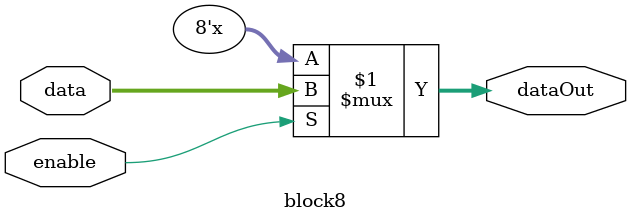
<source format=v>
`timescale 1ms/100ns
module block8(input [7:0] data, input enable, output [7:0] dataOut);
    parameter delaytime=5;
    assign #delaytime dataOut = enable ? data : 8'bzzzzzzzz;
endmodule
</source>
